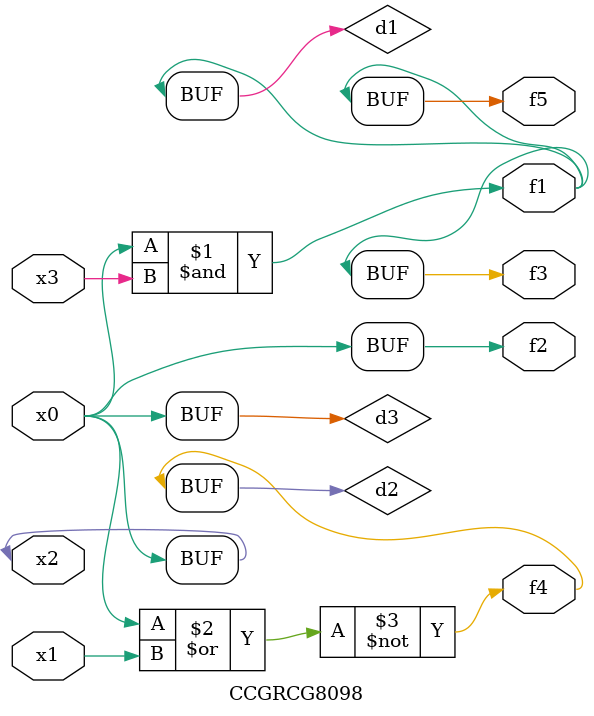
<source format=v>
module CCGRCG8098(
	input x0, x1, x2, x3,
	output f1, f2, f3, f4, f5
);

	wire d1, d2, d3;

	and (d1, x2, x3);
	nor (d2, x0, x1);
	buf (d3, x0, x2);
	assign f1 = d1;
	assign f2 = d3;
	assign f3 = d1;
	assign f4 = d2;
	assign f5 = d1;
endmodule

</source>
